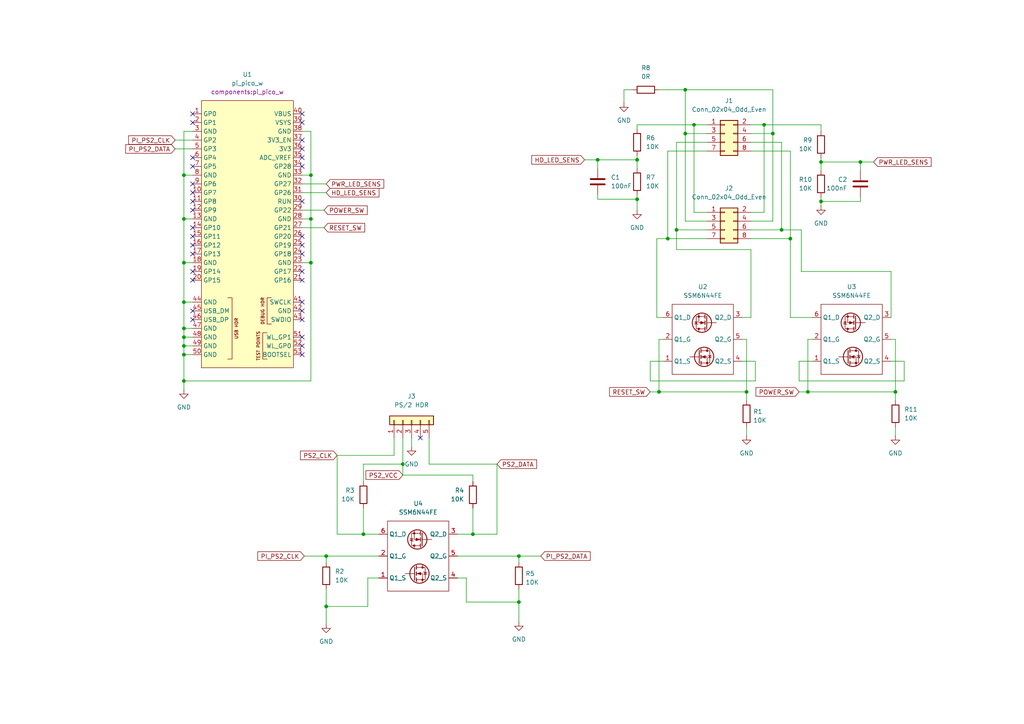
<source format=kicad_sch>
(kicad_sch (version 20230121) (generator eeschema)
  (paper "A4")
  (title_block (title "F_PANEL REMOTE CONTROL") (date "2022-11-11") (rev "${VERSION}") (company "CoolHorse Industries"))
  (lib_symbols
    (symbol "Connector_Generic:Conn_01x05" (pin_names (offset 1.016) hide)
      (property "Reference" "J" (at 0 7.62 0))
      (property "Value" "Conn_01x05" (at 0 -7.62 0))
      (symbol "Conn_01x05_1_1"
        (rectangle (start -1.27 -4.953) (end 0 -5.207) (stroke (width 0.1524)))
        (rectangle (start -1.27 -2.413) (end 0 -2.667) (stroke (width 0.1524)))
        (rectangle (start -1.27 0.127) (end 0 -0.127) (stroke (width 0.1524)))
        (rectangle (start -1.27 2.667) (end 0 2.413) (stroke (width 0.1524)))
        (rectangle (start -1.27 5.207) (end 0 4.953) (stroke (width 0.1524)))
        (rectangle (start -1.27 6.35) (end 1.27 -6.35) (stroke (width 0.254)) (fill (type background)))
        (pin passive line (at -5.08 5.08 0) (length 3.81) (name "Pin_1") (number "1"))
        (pin passive line (at -5.08 2.54 0) (length 3.81) (name "Pin_2") (number "2"))
        (pin passive line (at -5.08 0 0) (length 3.81) (name "Pin_3") (number "3"))
        (pin passive line (at -5.08 -2.54 0) (length 3.81) (name "Pin_4") (number "4"))
        (pin passive line (at -5.08 -5.08 0) (length 3.81) (name "Pin_5") (number "5"))
      )
    )
    (symbol "Connector_Generic:Conn_02x04_Odd_Even" (pin_names (offset 1.016) hide)
      (property "Reference" "J" (at 1.27 5.08 0))
      (property "Value" "Conn_02x04_Odd_Even" (at 1.27 -7.62 0))
      (symbol "Conn_02x04_Odd_Even_1_1"
        (rectangle (start -1.27 -4.953) (end 0 -5.207) (stroke (width 0.1524)))
        (rectangle (start -1.27 -2.413) (end 0 -2.667) (stroke (width 0.1524)))
        (rectangle (start -1.27 0.127) (end 0 -0.127) (stroke (width 0.1524)))
        (rectangle (start -1.27 2.667) (end 0 2.413) (stroke (width 0.1524)))
        (rectangle (start -1.27 3.81) (end 3.81 -6.35) (stroke (width 0.254)) (fill (type background)))
        (rectangle (start 3.81 -4.953) (end 2.54 -5.207) (stroke (width 0.1524)))
        (rectangle (start 3.81 -2.413) (end 2.54 -2.667) (stroke (width 0.1524)))
        (rectangle (start 3.81 0.127) (end 2.54 -0.127) (stroke (width 0.1524)))
        (rectangle (start 3.81 2.667) (end 2.54 2.413) (stroke (width 0.1524)))
        (pin passive line (at -5.08 2.54 0) (length 3.81) (name "Pin_1") (number "1"))
        (pin passive line (at 7.62 2.54 180) (length 3.81) (name "Pin_2") (number "2"))
        (pin passive line (at -5.08 0 0) (length 3.81) (name "Pin_3") (number "3"))
        (pin passive line (at 7.62 0 180) (length 3.81) (name "Pin_4") (number "4"))
        (pin passive line (at -5.08 -2.54 0) (length 3.81) (name "Pin_5") (number "5"))
        (pin passive line (at 7.62 -2.54 180) (length 3.81) (name "Pin_6") (number "6"))
        (pin passive line (at -5.08 -5.08 0) (length 3.81) (name "Pin_7") (number "7"))
        (pin passive line (at 7.62 -5.08 180) (length 3.81) (name "Pin_8") (number "8"))
      )
    )
    (symbol "Device:C" (pin_numbers hide) (pin_names (offset 0.254))
      (property "Reference" "C" (at 0.635 2.54 0))
      (property "Value" "C" (at 0.635 -2.54 0))
      (symbol "C_0_1"
        (polyline (pts (xy -2.032 -0.762) (xy 2.032 -0.762)) (stroke (width 0.508)))
        (polyline (pts (xy -2.032 0.762) (xy 2.032 0.762)) (stroke (width 0.508)))
      )
      (symbol "C_1_1"
        (pin passive line (at 0 3.81 270) (length 2.794) (name "~") (number "1"))
        (pin passive line (at 0 -3.81 90) (length 2.794) (name "~") (number "2"))
      )
    )
    (symbol "Device:R" (pin_numbers hide) (pin_names (offset 0))
      (property "Reference" "R" (at 2.032 0 90))
      (property "Value" "R" (at 0 0 90))
      (symbol "R_0_1"
        (rectangle (start -1.016 -2.54) (end 1.016 2.54) (stroke (width 0.254)))
      )
      (symbol "R_1_1"
        (pin passive line (at 0 3.81 270) (length 1.27) (name "~") (number "1"))
        (pin passive line (at 0 -3.81 90) (length 1.27) (name "~") (number "2"))
      )
    )
    (symbol "components:SSM6N44FE"
      (property "Reference" "U" (at 0 11.43 0))
      (property "Value" "SSM6N44FE" (at 0 -11.43 0))
      (symbol "SSM6N44FE_0_1"
        (rectangle (start -8.89 10.16) (end 8.89 -10.16))
        (circle (center -1.143 3.048) (radius 0.254) (fill (type outline)))
        (circle (center -1.143 6.604) (radius 0.254) (fill (type outline)))
        (circle (center -0.254 4.826) (radius 2.794) (stroke (width 0.254)))
        (polyline (pts (xy -1.143 2.286) (xy -1.143 3.048)))
        (polyline (pts (xy -1.016 -5.08) (xy -3.81 -5.08)))
        (polyline (pts (xy -1.016 -3.175) (xy -1.016 -6.985)) (stroke (width 0.254)))
        (polyline (pts (xy -0.508 -6.35) (xy -0.508 -7.366)) (stroke (width 0.254)))
        (polyline (pts (xy -0.508 -4.572) (xy -0.508 -5.588)) (stroke (width 0.254)))
        (polyline (pts (xy -0.508 -2.794) (xy -0.508 -3.81)) (stroke (width 0.254)))
        (polyline (pts (xy 0.635 2.54) (xy 0.635 3.556)) (stroke (width 0.254)))
        (polyline (pts (xy 0.635 4.318) (xy 0.635 5.334)) (stroke (width 0.254)))
        (polyline (pts (xy 0.635 6.096) (xy 0.635 7.112)) (stroke (width 0.254)))
        (polyline (pts (xy 1.143 2.921) (xy 1.143 6.731)) (stroke (width 0.254)))
        (polyline (pts (xy 1.143 4.826) (xy 3.937 4.826)))
        (polyline (pts (xy 1.27 -2.54) (xy 1.27 -3.302)))
        (polyline (pts (xy -1.143 7.366) (xy -1.143 4.826) (xy 0.635 4.826)))
        (polyline (pts (xy 1.27 -7.62) (xy 1.27 -5.08) (xy -0.508 -5.08)))
        (polyline (pts (xy -1.905 4.445) (xy -1.524 5.08) (xy -2.286 5.08) (xy -1.905 4.445)))
        (polyline (pts (xy -1.397 4.318) (xy -1.524 4.445) (xy -2.286 4.445) (xy -2.413 4.572)))
        (polyline (pts (xy -0.508 -6.858) (xy 2.032 -6.858) (xy 2.032 -3.302) (xy -0.508 -3.302)))
        (polyline (pts (xy -0.254 -5.08) (xy 0.762 -4.699) (xy 0.762 -5.461) (xy -0.254 -5.08)) (fill (type outline)))
        (polyline (pts (xy 0.381 4.826) (xy -0.635 4.445) (xy -0.635 5.207) (xy 0.381 4.826)) (fill (type outline)))
        (polyline (pts (xy 0.635 6.604) (xy -1.905 6.604) (xy -1.905 3.048) (xy 0.635 3.048)))
        (polyline (pts (xy 1.524 -4.572) (xy 1.651 -4.699) (xy 2.413 -4.699) (xy 2.54 -4.826)))
        (polyline (pts (xy 2.032 -4.699) (xy 1.651 -5.334) (xy 2.413 -5.334) (xy 2.032 -4.699)))
        (circle (center 0.381 -5.08) (radius 2.794) (stroke (width 0.254)))
        (circle (center 1.27 -6.858) (radius 0.254) (fill (type outline)))
        (circle (center 1.27 -3.302) (radius 0.254) (fill (type outline)))
      )
      (symbol "SSM6N44FE_1_1"
        (pin passive line (at -11.43 -6.35 0) (length 2.54) (name "Q1_S") (number "1"))
        (pin input line (at -11.43 0 0) (length 2.54) (name "Q1_G") (number "2"))
        (pin passive line (at 11.43 6.35 180) (length 2.54) (name "Q2_D") (number "3"))
        (pin passive line (at 11.43 -6.35 180) (length 2.54) (name "Q2_S") (number "4"))
        (pin input line (at 11.43 0 180) (length 2.54) (name "Q2_G") (number "5"))
        (pin passive line (at -11.43 6.35 0) (length 2.54) (name "Q1_D") (number "6"))
      )
    )
    (symbol "components:pi_pico_w"
      (property "Reference" "U" (at 0 15.24 0))
      (property "Value" "pi_pico_w" (at 0 29.21 0))
      (property "Footprint" "components:pi_pico_w" (at 0 -24.13 0))
      (symbol "pi_pico_w_0_0"
        (polyline (pts (xy 5.08 -44.45) (xy 3.81 -44.45) (xy 3.81 -36.83) (xy 5.08 -36.83)))
        (text "DEBUG HDR" (at 3.81 -30.48 900) (effects (font (size 0.9 0.9))))
        (text "TEST POINTS" (at 2.54 -40.64 900) (effects (font (size 0.9 0.9))))
        (text "USB HDR" (at -3.81 -35.56 900) (effects (font (size 0.9 0.9))))
      )
      (symbol "pi_pico_w_0_1"
        (rectangle (start -13.97 30.48) (end 12.7 -46.99) (fill (type background)))
        (polyline (pts (xy -6.35 -44.45) (xy -5.08 -44.45) (xy -5.08 -26.67) (xy -6.35 -26.67)))
        (polyline (pts (xy 6.35 -26.67) (xy 5.08 -26.67) (xy 5.08 -34.29) (xy 6.35 -34.29)))
      )
      (symbol "pi_pico_w_1_1"
        (pin bidirectional line (at -16.51 26.67 0) (length 2.54) (name "GP0") (number "1"))
        (pin bidirectional line (at -16.51 3.81 0) (length 2.54) (name "GP7") (number "10"))
        (pin bidirectional line (at -16.51 1.27 0) (length 2.54) (name "GP8") (number "11"))
        (pin bidirectional line (at -16.51 -1.27 0) (length 2.54) (name "GP9") (number "12"))
        (pin bidirectional line (at -16.51 -3.81 0) (length 2.54) (name "GND") (number "13"))
        (pin bidirectional line (at -16.51 -6.35 0) (length 2.54) (name "GP10") (number "14"))
        (pin bidirectional line (at -16.51 -8.89 0) (length 2.54) (name "GP11") (number "15"))
        (pin bidirectional line (at -16.51 -11.43 0) (length 2.54) (name "GP12") (number "16"))
        (pin bidirectional line (at -16.51 -13.97 0) (length 2.54) (name "GP13") (number "17"))
        (pin bidirectional line (at -16.51 -16.51 0) (length 2.54) (name "GND") (number "18"))
        (pin bidirectional line (at -16.51 -19.05 0) (length 2.54) (name "GP14") (number "19"))
        (pin bidirectional line (at -16.51 24.13 0) (length 2.54) (name "GP1") (number "2"))
        (pin bidirectional line (at -16.51 -21.59 0) (length 2.54) (name "GP15") (number "20"))
        (pin bidirectional line (at 15.24 -21.59 180) (length 2.54) (name "GP16") (number "21"))
        (pin bidirectional line (at 15.24 -19.05 180) (length 2.54) (name "GP17") (number "22"))
        (pin bidirectional line (at 15.24 -16.51 180) (length 2.54) (name "GND") (number "23"))
        (pin bidirectional line (at 15.24 -13.97 180) (length 2.54) (name "GP18") (number "24"))
        (pin bidirectional line (at 15.24 -11.43 180) (length 2.54) (name "GP19") (number "25"))
        (pin bidirectional line (at 15.24 -8.89 180) (length 2.54) (name "GP20") (number "26"))
        (pin bidirectional line (at 15.24 -6.35 180) (length 2.54) (name "GP21") (number "27"))
        (pin bidirectional line (at 15.24 -3.81 180) (length 2.54) (name "GND") (number "28"))
        (pin bidirectional line (at 15.24 -1.27 180) (length 2.54) (name "GP22") (number "29"))
        (pin bidirectional line (at -16.51 21.59 0) (length 2.54) (name "GND") (number "3"))
        (pin bidirectional line (at 15.24 1.27 180) (length 2.54) (name "RUN") (number "30"))
        (pin bidirectional line (at 15.24 3.81 180) (length 2.54) (name "GP26") (number "31"))
        (pin bidirectional line (at 15.24 6.35 180) (length 2.54) (name "GP27") (number "32"))
        (pin bidirectional line (at 15.24 8.89 180) (length 2.54) (name "GND") (number "33"))
        (pin bidirectional line (at 15.24 11.43 180) (length 2.54) (name "GP28") (number "34"))
        (pin input line (at 15.24 13.97 180) (length 2.54) (name "ADC_VREF") (number "35"))
        (pin power_out line (at 15.24 16.51 180) (length 2.54) (name "3V3") (number "36"))
        (pin input line (at 15.24 19.05 180) (length 2.54) (name "3V3_EN") (number "37"))
        (pin bidirectional line (at 15.24 21.59 180) (length 2.54) (name "GND") (number "38"))
        (pin power_in line (at 15.24 24.13 180) (length 2.54) (name "VSYS") (number "39"))
        (pin bidirectional line (at -16.51 19.05 0) (length 2.54) (name "GP2") (number "4"))
        (pin power_in line (at 15.24 26.67 180) (length 2.54) (name "VBUS") (number "40"))
        (pin bidirectional line (at 15.24 -27.94 180) (length 2.54) (name "SWCLK") (number "41"))
        (pin bidirectional line (at 15.24 -30.48 180) (length 2.54) (name "GND") (number "42"))
        (pin bidirectional line (at 15.24 -33.02 180) (length 2.54) (name "SWDIO") (number "43"))
        (pin bidirectional line (at -16.51 -27.94 0) (length 2.54) (name "GND") (number "44"))
        (pin bidirectional line (at -16.51 -30.48 0) (length 2.54) (name "USB_DM") (number "45"))
        (pin bidirectional line (at -16.51 -33.02 0) (length 2.54) (name "USB_DP") (number "46"))
        (pin bidirectional line (at -16.51 -35.56 0) (length 2.54) (name "GND") (number "47"))
        (pin bidirectional line (at -16.51 -38.1 0) (length 2.54) (name "GND") (number "48"))
        (pin bidirectional line (at -16.51 -40.64 0) (length 2.54) (name "GND") (number "49"))
        (pin bidirectional line (at -16.51 16.51 0) (length 2.54) (name "GP3") (number "5"))
        (pin bidirectional line (at -16.51 -43.18 0) (length 2.54) (name "GND") (number "50"))
        (pin bidirectional line (at 15.24 -38.1 180) (length 2.54) (name "WL_GP1") (number "51"))
        (pin bidirectional line (at 15.24 -40.64 180) (length 2.54) (name "WL_GP0") (number "52"))
        (pin bidirectional line (at 15.24 -43.18 180) (length 2.54) (name "BOOTSEL") (number "53"))
        (pin bidirectional line (at -16.51 13.97 0) (length 2.54) (name "GP4") (number "6"))
        (pin bidirectional line (at -16.51 11.43 0) (length 2.54) (name "GP5") (number "7"))
        (pin bidirectional line (at -16.51 8.89 0) (length 2.54) (name "GND") (number "8"))
        (pin bidirectional line (at -16.51 6.35 0) (length 2.54) (name "GP6") (number "9"))
      )
    )
    (symbol "power:GND" (power) (pin_names (offset 0))
      (property "Value" "GND" (at 0 -3.81 0))
      (symbol "GND_0_1"
        (polyline (pts (xy 0 0) (xy 0 -1.27) (xy 1.27 -1.27) (xy 0 -2.54) (xy -1.27 -1.27) (xy 0 -1.27)))
      )
      (symbol "GND_1_1"
        (pin power_in line (at 0 0 270) (length 0) hide (name "GND") (number "1"))
      )
    )
  )
  (junction (at 191.135 113.665))
  (junction (at 238.125 58.42))
  (junction (at 137.16 154.94))
  (junction (at 221.615 36.195))
  (junction (at 150.495 174.625))
  (junction (at 198.755 38.735))
  (junction (at 116.84 134.62))
  (junction (at 53.34 102.87))
  (junction (at 259.715 113.665))
  (junction (at 216.535 113.665))
  (junction (at 198.755 26.035))
  (junction (at 94.615 161.29))
  (junction (at 201.295 36.195))
  (junction (at 150.495 161.29))
  (junction (at 53.34 76.2))
  (junction (at 184.785 57.785))
  (junction (at 90.17 50.8))
  (junction (at 234.315 113.665))
  (junction (at 193.675 69.215))
  (junction (at 226.695 66.675))
  (junction (at 105.41 154.94))
  (junction (at 53.34 97.79))
  (junction (at 229.235 69.215))
  (junction (at 53.34 87.63))
  (junction (at 173.355 46.355))
  (junction (at 53.34 95.25))
  (junction (at 90.17 76.2))
  (junction (at 53.34 50.8))
  (junction (at 196.215 66.675))
  (junction (at 184.785 46.355))
  (junction (at 53.34 110.49))
  (junction (at 53.34 100.33))
  (junction (at 90.17 63.5))
  (junction (at 94.615 175.895))
  (junction (at 249.555 46.99))
  (junction (at 238.125 46.99))
  (junction (at 53.34 63.5))
  (junction (at 224.155 38.735))
  (no_connect (at 87.63 35.56))
  (no_connect (at 87.63 78.74))
  (no_connect (at 87.63 87.63))
  (no_connect (at 87.63 73.66))
  (no_connect (at 55.88 92.71))
  (no_connect (at 87.63 97.79))
  (no_connect (at 87.63 68.58))
  (no_connect (at 55.88 71.12))
  (no_connect (at 87.63 71.12))
  (no_connect (at 121.92 127))
  (no_connect (at 55.88 81.28))
  (no_connect (at 55.88 45.72))
  (no_connect (at 87.63 40.64))
  (no_connect (at 55.88 55.88))
  (no_connect (at 55.88 35.56))
  (no_connect (at 87.63 45.72))
  (no_connect (at 55.88 53.34))
  (no_connect (at 87.63 90.17))
  (no_connect (at 87.63 92.71))
  (no_connect (at 87.63 33.02))
  (no_connect (at 55.88 90.17))
  (no_connect (at 55.88 78.74))
  (no_connect (at 87.63 58.42))
  (no_connect (at 87.63 102.87))
  (no_connect (at 55.88 73.66))
  (no_connect (at 87.63 81.28))
  (no_connect (at 55.88 60.96))
  (no_connect (at 87.63 43.18))
  (no_connect (at 55.88 68.58))
  (no_connect (at 55.88 48.26))
  (no_connect (at 55.88 33.02))
  (no_connect (at 87.63 100.33))
  (no_connect (at 55.88 66.04))
  (no_connect (at 55.88 58.42))
  (no_connect (at 87.63 48.26))
  (wire (pts (xy 87.63 53.34) (xy 94.615 53.34)))
  (wire (pts (xy 232.41 78.74) (xy 232.41 66.675)))
  (wire (pts (xy 205.105 41.275) (xy 196.215 41.275)))
  (wire (pts (xy 198.755 64.135) (xy 205.105 64.135)))
  (wire (pts (xy 150.495 174.625) (xy 150.495 180.34)))
  (wire (pts (xy 144.145 154.94) (xy 144.145 134.62)))
  (wire (pts (xy 259.715 113.665) (xy 259.715 98.425)))
  (wire (pts (xy 53.34 97.79) (xy 53.34 100.33)))
  (wire (pts (xy 188.595 104.775) (xy 188.595 110.49)))
  (wire (pts (xy 53.34 76.2) (xy 53.34 87.63)))
  (wire (pts (xy 224.155 38.735) (xy 224.155 64.135)))
  (wire (pts (xy 196.215 41.275) (xy 196.215 66.675)))
  (wire (pts (xy 173.355 57.785) (xy 184.785 57.785)))
  (wire (pts (xy 97.79 132.08) (xy 97.79 154.94)))
  (wire (pts (xy 224.155 38.735) (xy 224.155 26.035)))
  (wire (pts (xy 90.17 76.2) (xy 87.63 76.2)))
  (wire (pts (xy 253.365 46.99) (xy 249.555 46.99)))
  (wire (pts (xy 259.715 98.425) (xy 258.445 98.425)))
  (wire (pts (xy 262.255 110.49) (xy 262.255 104.775)))
  (wire (pts (xy 87.63 60.96) (xy 93.98 60.96)))
  (wire (pts (xy 53.34 95.25) (xy 55.88 95.25)))
  (wire (pts (xy 50.8 40.64) (xy 55.88 40.64)))
  (wire (pts (xy 90.17 76.2) (xy 90.17 110.49)))
  (wire (pts (xy 221.615 61.595) (xy 217.805 61.595)))
  (wire (pts (xy 217.805 92.075) (xy 217.805 72.39)))
  (wire (pts (xy 156.845 161.29) (xy 150.495 161.29)))
  (wire (pts (xy 53.34 100.33) (xy 55.88 100.33)))
  (wire (pts (xy 53.34 100.33) (xy 53.34 102.87)))
  (wire (pts (xy 217.805 36.195) (xy 221.615 36.195)))
  (wire (pts (xy 124.46 134.62) (xy 124.46 127)))
  (wire (pts (xy 105.41 154.94) (xy 109.855 154.94)))
  (wire (pts (xy 53.34 76.2) (xy 55.88 76.2)))
  (wire (pts (xy 150.495 170.815) (xy 150.495 174.625)))
  (wire (pts (xy 94.615 175.895) (xy 94.615 180.975)))
  (wire (pts (xy 259.715 113.665) (xy 259.715 116.205)))
  (wire (pts (xy 94.615 161.29) (xy 94.615 163.195)))
  (wire (pts (xy 50.8 43.18) (xy 55.88 43.18)))
  (wire (pts (xy 105.41 134.62) (xy 116.84 134.62)))
  (wire (pts (xy 196.215 66.675) (xy 205.105 66.675)))
  (wire (pts (xy 106.68 167.64) (xy 106.68 175.895)))
  (wire (pts (xy 137.16 139.7) (xy 137.16 137.795)))
  (wire (pts (xy 114.3 132.08) (xy 97.79 132.08)))
  (wire (pts (xy 217.805 72.39) (xy 196.215 72.39)))
  (wire (pts (xy 105.41 147.32) (xy 105.41 154.94)))
  (wire (pts (xy 234.315 113.665) (xy 259.715 113.665)))
  (wire (pts (xy 193.675 43.815) (xy 193.675 69.215)))
  (wire (pts (xy 135.255 167.64) (xy 132.715 167.64)))
  (wire (pts (xy 53.34 50.8) (xy 53.34 63.5)))
  (wire (pts (xy 259.715 123.825) (xy 259.715 126.365)))
  (wire (pts (xy 249.555 57.15) (xy 249.555 58.42)))
  (wire (pts (xy 229.235 92.075) (xy 229.235 69.215)))
  (wire (pts (xy 184.785 45.085) (xy 184.785 46.355)))
  (wire (pts (xy 216.535 123.825) (xy 216.535 126.365)))
  (wire (pts (xy 232.41 66.675) (xy 226.695 66.675)))
  (wire (pts (xy 193.675 69.215) (xy 205.105 69.215)))
  (wire (pts (xy 258.445 78.74) (xy 232.41 78.74)))
  (wire (pts (xy 184.785 56.515) (xy 184.785 57.785)))
  (wire (pts (xy 238.125 58.42) (xy 238.125 59.69)))
  (wire (pts (xy 219.075 104.775) (xy 215.265 104.775)))
  (wire (pts (xy 221.615 36.195) (xy 238.125 36.195)))
  (wire (pts (xy 173.355 56.515) (xy 173.355 57.785)))
  (wire (pts (xy 53.34 50.8) (xy 55.88 50.8)))
  (wire (pts (xy 216.535 113.665) (xy 216.535 116.205)))
  (wire (pts (xy 231.775 104.775) (xy 231.775 110.49)))
  (wire (pts (xy 183.515 26.035) (xy 180.975 26.035)))
  (wire (pts (xy 105.41 139.7) (xy 105.41 134.62)))
  (wire (pts (xy 217.805 41.275) (xy 226.695 41.275)))
  (wire (pts (xy 173.355 46.355) (xy 184.785 46.355)))
  (wire (pts (xy 201.295 61.595) (xy 205.105 61.595)))
  (wire (pts (xy 235.585 92.075) (xy 229.235 92.075)))
  (wire (pts (xy 205.105 36.195) (xy 201.295 36.195)))
  (wire (pts (xy 87.63 55.88) (xy 94.615 55.88)))
  (wire (pts (xy 249.555 46.99) (xy 238.125 46.99)))
  (wire (pts (xy 238.125 57.15) (xy 238.125 58.42)))
  (wire (pts (xy 217.805 38.735) (xy 224.155 38.735)))
  (wire (pts (xy 201.295 36.195) (xy 201.295 61.595)))
  (wire (pts (xy 238.125 45.72) (xy 238.125 46.99)))
  (wire (pts (xy 262.255 104.775) (xy 258.445 104.775)))
  (wire (pts (xy 53.34 95.25) (xy 53.34 97.79)))
  (wire (pts (xy 135.255 174.625) (xy 150.495 174.625)))
  (wire (pts (xy 87.63 38.1) (xy 90.17 38.1)))
  (wire (pts (xy 53.34 110.49) (xy 53.34 113.03)))
  (wire (pts (xy 224.155 26.035) (xy 198.755 26.035)))
  (wire (pts (xy 234.315 98.425) (xy 235.585 98.425)))
  (wire (pts (xy 191.135 26.035) (xy 198.755 26.035)))
  (wire (pts (xy 53.34 97.79) (xy 55.88 97.79)))
  (wire (pts (xy 184.785 57.785) (xy 184.785 60.96)))
  (wire (pts (xy 192.405 104.775) (xy 188.595 104.775)))
  (wire (pts (xy 192.405 92.075) (xy 190.5 92.075)))
  (wire (pts (xy 106.68 175.895) (xy 94.615 175.895)))
  (wire (pts (xy 205.105 38.735) (xy 198.755 38.735)))
  (wire (pts (xy 184.785 46.355) (xy 184.785 48.895)))
  (wire (pts (xy 53.34 63.5) (xy 55.88 63.5)))
  (wire (pts (xy 219.075 110.49) (xy 219.075 104.775)))
  (wire (pts (xy 116.84 134.62) (xy 116.84 137.795)))
  (wire (pts (xy 109.855 161.29) (xy 94.615 161.29)))
  (wire (pts (xy 94.615 170.815) (xy 94.615 175.895)))
  (wire (pts (xy 191.135 98.425) (xy 191.135 113.665)))
  (wire (pts (xy 90.17 110.49) (xy 53.34 110.49)))
  (wire (pts (xy 191.135 113.665) (xy 216.535 113.665)))
  (wire (pts (xy 235.585 104.775) (xy 231.775 104.775)))
  (wire (pts (xy 221.615 36.195) (xy 221.615 61.595)))
  (wire (pts (xy 53.34 63.5) (xy 53.34 76.2)))
  (wire (pts (xy 116.84 127) (xy 116.84 134.62)))
  (wire (pts (xy 119.38 127) (xy 119.38 129.54)))
  (wire (pts (xy 226.695 66.675) (xy 217.805 66.675)))
  (wire (pts (xy 192.405 98.425) (xy 191.135 98.425)))
  (wire (pts (xy 137.16 154.94) (xy 144.145 154.94)))
  (wire (pts (xy 190.5 69.215) (xy 193.675 69.215)))
  (wire (pts (xy 173.355 46.355) (xy 173.355 48.895)))
  (wire (pts (xy 229.235 43.815) (xy 229.235 69.215)))
  (wire (pts (xy 215.265 92.075) (xy 217.805 92.075)))
  (wire (pts (xy 53.34 38.1) (xy 53.34 50.8)))
  (wire (pts (xy 198.755 38.735) (xy 198.755 64.135)))
  (wire (pts (xy 188.595 113.665) (xy 191.135 113.665)))
  (wire (pts (xy 238.125 36.195) (xy 238.125 38.1)))
  (wire (pts (xy 190.5 92.075) (xy 190.5 69.215)))
  (wire (pts (xy 169.545 46.355) (xy 173.355 46.355)))
  (wire (pts (xy 135.255 174.625) (xy 135.255 167.64)))
  (wire (pts (xy 198.755 26.035) (xy 198.755 38.735)))
  (wire (pts (xy 144.145 134.62) (xy 124.46 134.62)))
  (wire (pts (xy 87.63 50.8) (xy 90.17 50.8)))
  (wire (pts (xy 132.715 161.29) (xy 150.495 161.29)))
  (wire (pts (xy 238.125 46.99) (xy 238.125 49.53)))
  (wire (pts (xy 137.16 147.32) (xy 137.16 154.94)))
  (wire (pts (xy 217.805 43.815) (xy 229.235 43.815)))
  (wire (pts (xy 87.63 63.5) (xy 90.17 63.5)))
  (wire (pts (xy 216.535 113.665) (xy 216.535 98.425)))
  (wire (pts (xy 229.235 69.215) (xy 217.805 69.215)))
  (wire (pts (xy 53.34 87.63) (xy 53.34 95.25)))
  (wire (pts (xy 88.265 161.29) (xy 94.615 161.29)))
  (wire (pts (xy 106.68 167.64) (xy 109.855 167.64)))
  (wire (pts (xy 90.17 38.1) (xy 90.17 50.8)))
  (wire (pts (xy 114.3 127) (xy 114.3 132.08)))
  (wire (pts (xy 258.445 92.075) (xy 258.445 78.74)))
  (wire (pts (xy 249.555 58.42) (xy 238.125 58.42)))
  (wire (pts (xy 205.105 43.815) (xy 193.675 43.815)))
  (wire (pts (xy 249.555 46.99) (xy 249.555 49.53)))
  (wire (pts (xy 90.17 50.8) (xy 90.17 63.5)))
  (wire (pts (xy 180.975 26.035) (xy 180.975 29.845)))
  (wire (pts (xy 231.775 113.665) (xy 234.315 113.665)))
  (wire (pts (xy 234.315 113.665) (xy 234.315 98.425)))
  (wire (pts (xy 201.295 36.195) (xy 184.785 36.195)))
  (wire (pts (xy 215.265 98.425) (xy 216.535 98.425)))
  (wire (pts (xy 53.34 87.63) (xy 55.88 87.63)))
  (wire (pts (xy 132.715 154.94) (xy 137.16 154.94)))
  (wire (pts (xy 87.63 66.04) (xy 93.98 66.04)))
  (wire (pts (xy 55.88 38.1) (xy 53.34 38.1)))
  (wire (pts (xy 53.34 102.87) (xy 55.88 102.87)))
  (wire (pts (xy 150.495 161.29) (xy 150.495 163.195)))
  (wire (pts (xy 226.695 41.275) (xy 226.695 66.675)))
  (wire (pts (xy 90.17 63.5) (xy 90.17 76.2)))
  (wire (pts (xy 196.215 72.39) (xy 196.215 66.675)))
  (wire (pts (xy 188.595 110.49) (xy 219.075 110.49)))
  (wire (pts (xy 137.16 137.795) (xy 116.84 137.795)))
  (wire (pts (xy 224.155 64.135) (xy 217.805 64.135)))
  (wire (pts (xy 184.785 36.195) (xy 184.785 37.465)))
  (wire (pts (xy 53.34 110.49) (xy 53.34 102.87)))
  (wire (pts (xy 97.79 154.94) (xy 105.41 154.94)))
  (wire (pts (xy 231.775 110.49) (xy 262.255 110.49)))
  (global_label "POWER_SW" (shape input) (at 231.775 113.665 180) (property "Intersheetrefs" "${INTERSHEET_REFS}" (effects hide)))
  (global_label "PS2_CLK" (shape input) (at 97.79 132.08 180) (property "Intersheetrefs" "${INTERSHEET_REFS}" (effects hide)))
  (global_label "POWER_SW" (shape input) (at 93.98 60.96 0) (property "Intersheetrefs" "${INTERSHEET_REFS}" (effects hide)))
  (global_label "HD_LED_SENS" (shape input) (at 169.545 46.355 180) (property "Intersheetrefs" "${INTERSHEET_REFS}" (effects hide)))
  (global_label "PWR_LED_SENS" (shape input) (at 94.615 53.34 0) (property "Intersheetrefs" "${INTERSHEET_REFS}" (effects hide)))
  (global_label "PS2_VCC" (shape input) (at 116.84 137.795 180) (property "Intersheetrefs" "${INTERSHEET_REFS}" (effects hide)))
  (global_label "HD_LED_SENS" (shape input) (at 94.615 55.88 0) (property "Intersheetrefs" "${INTERSHEET_REFS}" (effects hide)))
  (global_label "PI_PS2_DATA" (shape input) (at 50.8 43.18 180) (property "Intersheetrefs" "${INTERSHEET_REFS}" (effects hide)))
  (global_label "PI_PS2_CLK" (shape input) (at 88.265 161.29 180) (property "Intersheetrefs" "${INTERSHEET_REFS}" (effects hide)))
  (global_label "PI_PS2_CLK" (shape input) (at 50.8 40.64 180) (property "Intersheetrefs" "${INTERSHEET_REFS}" (effects hide)))
  (global_label "PI_PS2_DATA" (shape input) (at 156.845 161.29 0) (property "Intersheetrefs" "${INTERSHEET_REFS}" (effects hide)))
  (global_label "PS2_DATA" (shape input) (at 144.145 134.62 0) (property "Intersheetrefs" "${INTERSHEET_REFS}" (effects hide)))
  (global_label "RESET_SW" (shape input) (at 93.98 66.04 0) (property "Intersheetrefs" "${INTERSHEET_REFS}" (effects hide)))
  (global_label "RESET_SW" (shape input) (at 188.595 113.665 180) (property "Intersheetrefs" "${INTERSHEET_REFS}" (effects hide)))
  (global_label "PWR_LED_SENS" (shape input) (at 253.365 46.99 0) (property "Intersheetrefs" "${INTERSHEET_REFS}" (effects hide)))
  (symbol (lib_id "Device:R") (at 150.495 167.005 0) (mirror y) (unit 1)
    (property "Reference" "R5" (at 152.4 166.37 0) (effects (justify right)))
    (property "Value" "10K" (at 152.4 168.91 0) (effects (justify right)))
    (property "Footprint" "Resistor_SMD:R_0603_1608Metric" (effects hide))
  )
  (symbol (lib_id "power:GND") (at 119.38 129.54 0) (unit 1)
    (property "Reference" "#PWR0103" (effects hide))
    (property "Value" "GND" (at 119.38 134.62 0))
  )
  (symbol (lib_id "Device:R") (at 259.715 120.015 0) (unit 1)
    (property "Reference" "R11" (at 262.255 118.7449 0) (effects (justify left)))
    (property "Value" "10K" (at 262.255 121.2849 0) (effects (justify left)))
    (property "Footprint" "Resistor_SMD:R_0603_1608Metric" (effects hide))
  )
  (symbol (lib_id "Device:R") (at 216.535 120.015 0) (unit 1)
    (property "Reference" "R1" (at 218.44 119.38 0) (effects (justify left)))
    (property "Value" "10K" (at 218.44 121.92 0) (effects (justify left)))
    (property "Footprint" "Resistor_SMD:R_0603_1608Metric" (effects hide))
  )
  (symbol (lib_id "Connector_Generic:Conn_02x04_Odd_Even") (at 210.185 64.135 0) (unit 1)
    (property "Reference" "J2" (at 211.455 54.61 0))
    (property "Value" "Conn_02x04_Odd_Even" (at 211.455 57.15 0))
    (property "Footprint" "Connector_PinHeader_2.54mm:PinHeader_2x04_P2.54mm_Vertical" (effects hide))
  )
  (symbol (lib_id "Device:C") (at 249.555 53.34 0) (mirror y) (unit 1)
    (property "Reference" "C2" (at 245.745 52.0699 0) (effects (justify left)))
    (property "Value" "100nF" (at 245.745 54.6099 0) (effects (justify left)))
    (property "Footprint" "Capacitor_SMD:C_0603_1608Metric" (effects hide))
  )
  (symbol (lib_id "power:GND") (at 94.615 180.975 0) (unit 1)
    (property "Reference" "#PWR0109" (effects hide))
    (property "Value" "GND" (at 94.615 186.055 0))
  )
  (symbol (lib_id "power:GND") (at 238.125 59.69 0) (mirror y) (unit 1)
    (property "Reference" "#PWR0106" (effects hide))
    (property "Value" "GND" (at 238.125 64.77 0))
  )
  (symbol (lib_id "Device:R") (at 94.615 167.005 0) (unit 1)
    (property "Reference" "R2" (at 97.155 165.7349 0) (effects (justify left)))
    (property "Value" "10K" (at 97.155 168.2749 0) (effects (justify left)))
    (property "Footprint" "Resistor_SMD:R_0603_1608Metric" (effects hide))
  )
  (symbol (lib_id "Device:R") (at 187.325 26.035 90) (unit 1)
    (property "Reference" "R8" (at 187.325 19.685 90))
    (property "Value" "0R" (at 187.325 22.225 90))
    (property "Footprint" "Resistor_SMD:R_0603_1608Metric" (effects hide))
  )
  (symbol (lib_id "Device:R") (at 137.16 143.51 0) (mirror y) (unit 1)
    (property "Reference" "R4" (at 134.62 142.2399 0) (effects (justify left)))
    (property "Value" "10K" (at 134.62 144.7799 0) (effects (justify left)))
    (property "Footprint" "Resistor_SMD:R_0603_1608Metric" (effects hide))
  )
  (symbol (lib_id "Device:R") (at 238.125 53.34 0) (mirror y) (unit 1)
    (property "Reference" "R10" (at 235.585 52.0699 0) (effects (justify left)))
    (property "Value" "10K" (at 235.585 54.6099 0) (effects (justify left)))
    (property "Footprint" "Resistor_SMD:R_0603_1608Metric" (effects hide))
  )
  (symbol (lib_id "Device:R") (at 238.125 41.91 0) (mirror y) (unit 1)
    (property "Reference" "R9" (at 235.585 40.6399 0) (effects (justify left)))
    (property "Value" "10K" (at 235.585 43.1799 0) (effects (justify left)))
    (property "Footprint" "Resistor_SMD:R_0603_1608Metric" (effects hide))
  )
  (symbol (lib_id "components:SSM6N44FE") (at 121.285 161.29 0) (unit 1)
    (property "Reference" "U4" (at 121.285 146.05 0))
    (property "Value" "SSM6N44FE" (at 121.285 148.59 0))
    (property "Footprint" "Package_TO_SOT_SMD:SOT-563" (effects hide))
  )
  (symbol (lib_id "power:GND") (at 53.34 113.03 0) (unit 1)
    (property "Reference" "#PWR0108" (effects hide))
    (property "Value" "GND" (at 53.34 118.11 0))
  )
  (symbol (lib_id "Device:R") (at 184.785 41.275 0) (unit 1)
    (property "Reference" "R6" (at 187.325 40.0049 0) (effects (justify left)))
    (property "Value" "10K" (at 187.325 42.5449 0) (effects (justify left)))
    (property "Footprint" "Resistor_SMD:R_0603_1608Metric" (effects hide))
  )
  (symbol (lib_id "power:GND") (at 150.495 180.34 0) (mirror y) (unit 1)
    (property "Reference" "#PWR0102" (effects hide))
    (property "Value" "GND" (at 150.495 185.42 0))
  )
  (symbol (lib_id "power:GND") (at 259.715 126.365 0) (unit 1)
    (property "Reference" "#PWR0107" (effects hide))
    (property "Value" "GND" (at 259.715 131.445 0))
  )
  (symbol (lib_id "components:SSM6N44FE") (at 203.835 98.425 0) (unit 1)
    (property "Reference" "U2" (at 203.835 83.185 0))
    (property "Value" "SSM6N44FE" (at 203.835 85.725 0))
    (property "Footprint" "Package_TO_SOT_SMD:SOT-563" (effects hide))
  )
  (symbol (lib_id "components:pi_pico_w") (at 72.39 59.69 0) (unit 1)
    (property "Reference" "U1" (at 71.755 21.59 0))
    (property "Value" "pi_pico_w" (at 71.755 24.13 0))
    (property "Footprint" "components:pi_pico_w" (at 71.755 26.67 0))
  )
  (symbol (lib_id "Connector_Generic:Conn_02x04_Odd_Even") (at 210.185 38.735 0) (unit 1)
    (property "Reference" "J1" (at 211.455 29.21 0))
    (property "Value" "Conn_02x04_Odd_Even" (at 211.455 31.75 0))
    (property "Footprint" "Connector_PinHeader_2.54mm:PinHeader_2x04_P2.54mm_Vertical" (effects hide))
  )
  (symbol (lib_id "power:GND") (at 216.535 126.365 0) (unit 1)
    (property "Reference" "#PWR0101" (effects hide))
    (property "Value" "GND" (at 216.535 131.445 0))
  )
  (symbol (lib_id "power:GND") (at 180.975 29.845 0) (unit 1)
    (property "Reference" "#PWR0105" (effects hide))
    (property "Value" "GND" (at 180.975 34.925 0))
  )
  (symbol (lib_id "components:SSM6N44FE") (at 247.015 98.425 0) (unit 1)
    (property "Reference" "U3" (at 247.015 83.185 0))
    (property "Value" "SSM6N44FE" (at 247.015 85.725 0))
    (property "Footprint" "Package_TO_SOT_SMD:SOT-563" (effects hide))
  )
  (symbol (lib_id "Device:R") (at 184.785 52.705 0) (unit 1)
    (property "Reference" "R7" (at 187.325 51.4349 0) (effects (justify left)))
    (property "Value" "10K" (at 187.325 53.9749 0) (effects (justify left)))
    (property "Footprint" "Resistor_SMD:R_0603_1608Metric" (effects hide))
  )
  (symbol (lib_id "Connector_Generic:Conn_01x05") (at 119.38 121.92 90) (unit 1)
    (property "Reference" "J3" (at 119.38 114.935 90))
    (property "Value" "PS/2 HDR" (at 119.38 117.475 90))
    (property "Footprint" "Connector_PinHeader_2.54mm:PinHeader_1x05_P2.54mm_Vertical" (effects hide))
  )
  (symbol (lib_id "power:GND") (at 184.785 60.96 0) (unit 1)
    (property "Reference" "#PWR0104" (effects hide))
    (property "Value" "GND" (at 184.785 66.04 0))
  )
  (symbol (lib_id "Device:C") (at 173.355 52.705 0) (unit 1)
    (property "Reference" "C1" (at 177.165 51.4349 0) (effects (justify left)))
    (property "Value" "100nF" (at 177.165 53.9749 0) (effects (justify left)))
    (property "Footprint" "Capacitor_SMD:C_0603_1608Metric" (effects hide))
  )
  (symbol (lib_id "Device:R") (at 105.41 143.51 0) (mirror y) (unit 1)
    (property "Reference" "R3" (at 102.87 142.2399 0) (effects (justify left)))
    (property "Value" "10K" (at 102.87 144.7799 0) (effects (justify left)))
    (property "Footprint" "Resistor_SMD:R_0603_1608Metric" (effects hide))
  )
)
</source>
